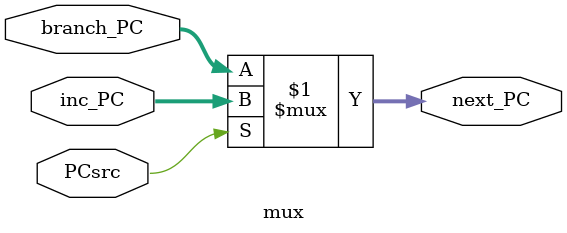
<source format=sv>
module mux #(
    parameter DATA_WIDTH = 32
) (
    input   logic [DATA_WIDTH-1:0]  branch_PC,
    input   logic [DATA_WIDTH-1:0]  inc_PC,
    input   logic                   PCsrc,
    output  logic [DATA_WIDTH-1:0]  next_PC
);


    assign next_PC = PCsrc ? inc_PC : branch_PC;

endmodule

</source>
